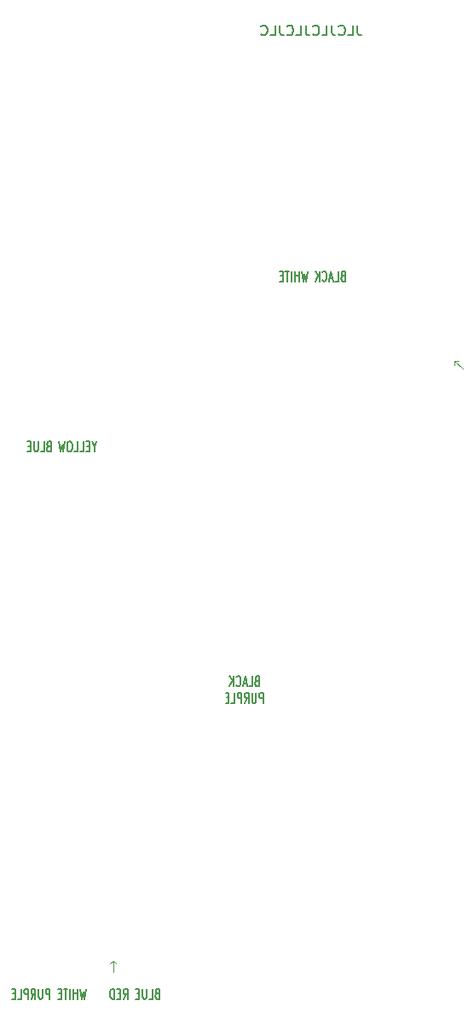
<source format=gbo>
G04 #@! TF.GenerationSoftware,KiCad,Pcbnew,(5.1.6-87-g1447494bc)*
G04 #@! TF.CreationDate,2022-08-29T16:49:27-05:00*
G04 #@! TF.ProjectId,sony-scopeman,736f6e79-2d73-4636-9f70-656d616e2e6b,rev?*
G04 #@! TF.SameCoordinates,Original*
G04 #@! TF.FileFunction,Legend,Bot*
G04 #@! TF.FilePolarity,Positive*
%FSLAX46Y46*%
G04 Gerber Fmt 4.6, Leading zero omitted, Abs format (unit mm)*
G04 Created by KiCad (PCBNEW (5.1.6-87-g1447494bc)) date 2022-08-29 16:49:27*
%MOMM*%
%LPD*%
G01*
G04 APERTURE LIST*
%ADD10C,0.150000*%
%ADD11C,0.120000*%
G04 APERTURE END LIST*
D10*
X141271047Y-44156380D02*
X141271047Y-44870666D01*
X141318666Y-45013523D01*
X141413904Y-45108761D01*
X141556761Y-45156380D01*
X141652000Y-45156380D01*
X140318666Y-45156380D02*
X140794857Y-45156380D01*
X140794857Y-44156380D01*
X139413904Y-45061142D02*
X139461523Y-45108761D01*
X139604380Y-45156380D01*
X139699619Y-45156380D01*
X139842476Y-45108761D01*
X139937714Y-45013523D01*
X139985333Y-44918285D01*
X140032952Y-44727809D01*
X140032952Y-44584952D01*
X139985333Y-44394476D01*
X139937714Y-44299238D01*
X139842476Y-44204000D01*
X139699619Y-44156380D01*
X139604380Y-44156380D01*
X139461523Y-44204000D01*
X139413904Y-44251619D01*
X138699619Y-44156380D02*
X138699619Y-44870666D01*
X138747238Y-45013523D01*
X138842476Y-45108761D01*
X138985333Y-45156380D01*
X139080571Y-45156380D01*
X137747238Y-45156380D02*
X138223428Y-45156380D01*
X138223428Y-44156380D01*
X136842476Y-45061142D02*
X136890095Y-45108761D01*
X137032952Y-45156380D01*
X137128190Y-45156380D01*
X137271047Y-45108761D01*
X137366285Y-45013523D01*
X137413904Y-44918285D01*
X137461523Y-44727809D01*
X137461523Y-44584952D01*
X137413904Y-44394476D01*
X137366285Y-44299238D01*
X137271047Y-44204000D01*
X137128190Y-44156380D01*
X137032952Y-44156380D01*
X136890095Y-44204000D01*
X136842476Y-44251619D01*
X136128190Y-44156380D02*
X136128190Y-44870666D01*
X136175809Y-45013523D01*
X136271047Y-45108761D01*
X136413904Y-45156380D01*
X136509142Y-45156380D01*
X135175809Y-45156380D02*
X135652000Y-45156380D01*
X135652000Y-44156380D01*
X134271047Y-45061142D02*
X134318666Y-45108761D01*
X134461523Y-45156380D01*
X134556761Y-45156380D01*
X134699619Y-45108761D01*
X134794857Y-45013523D01*
X134842476Y-44918285D01*
X134890095Y-44727809D01*
X134890095Y-44584952D01*
X134842476Y-44394476D01*
X134794857Y-44299238D01*
X134699619Y-44204000D01*
X134556761Y-44156380D01*
X134461523Y-44156380D01*
X134318666Y-44204000D01*
X134271047Y-44251619D01*
X133556761Y-44156380D02*
X133556761Y-44870666D01*
X133604380Y-45013523D01*
X133699619Y-45108761D01*
X133842476Y-45156380D01*
X133937714Y-45156380D01*
X132604380Y-45156380D02*
X133080571Y-45156380D01*
X133080571Y-44156380D01*
X131699619Y-45061142D02*
X131747238Y-45108761D01*
X131890095Y-45156380D01*
X131985333Y-45156380D01*
X132128190Y-45108761D01*
X132223428Y-45013523D01*
X132271047Y-44918285D01*
X132318666Y-44727809D01*
X132318666Y-44584952D01*
X132271047Y-44394476D01*
X132223428Y-44299238D01*
X132128190Y-44204000D01*
X131985333Y-44156380D01*
X131890095Y-44156380D01*
X131747238Y-44204000D01*
X131699619Y-44251619D01*
X131281333Y-109203571D02*
X131181333Y-109251190D01*
X131148000Y-109298809D01*
X131114666Y-109394047D01*
X131114666Y-109536904D01*
X131148000Y-109632142D01*
X131181333Y-109679761D01*
X131248000Y-109727380D01*
X131514666Y-109727380D01*
X131514666Y-108727380D01*
X131281333Y-108727380D01*
X131214666Y-108775000D01*
X131181333Y-108822619D01*
X131148000Y-108917857D01*
X131148000Y-109013095D01*
X131181333Y-109108333D01*
X131214666Y-109155952D01*
X131281333Y-109203571D01*
X131514666Y-109203571D01*
X130481333Y-109727380D02*
X130814666Y-109727380D01*
X130814666Y-108727380D01*
X130281333Y-109441666D02*
X129948000Y-109441666D01*
X130348000Y-109727380D02*
X130114666Y-108727380D01*
X129881333Y-109727380D01*
X129248000Y-109632142D02*
X129281333Y-109679761D01*
X129381333Y-109727380D01*
X129448000Y-109727380D01*
X129548000Y-109679761D01*
X129614666Y-109584523D01*
X129648000Y-109489285D01*
X129681333Y-109298809D01*
X129681333Y-109155952D01*
X129648000Y-108965476D01*
X129614666Y-108870238D01*
X129548000Y-108775000D01*
X129448000Y-108727380D01*
X129381333Y-108727380D01*
X129281333Y-108775000D01*
X129248000Y-108822619D01*
X128948000Y-109727380D02*
X128948000Y-108727380D01*
X128548000Y-109727380D02*
X128848000Y-109155952D01*
X128548000Y-108727380D02*
X128948000Y-109298809D01*
X131898000Y-111377380D02*
X131898000Y-110377380D01*
X131631333Y-110377380D01*
X131564666Y-110425000D01*
X131531333Y-110472619D01*
X131498000Y-110567857D01*
X131498000Y-110710714D01*
X131531333Y-110805952D01*
X131564666Y-110853571D01*
X131631333Y-110901190D01*
X131898000Y-110901190D01*
X131198000Y-110377380D02*
X131198000Y-111186904D01*
X131164666Y-111282142D01*
X131131333Y-111329761D01*
X131064666Y-111377380D01*
X130931333Y-111377380D01*
X130864666Y-111329761D01*
X130831333Y-111282142D01*
X130798000Y-111186904D01*
X130798000Y-110377380D01*
X130064666Y-111377380D02*
X130298000Y-110901190D01*
X130464666Y-111377380D02*
X130464666Y-110377380D01*
X130198000Y-110377380D01*
X130131333Y-110425000D01*
X130098000Y-110472619D01*
X130064666Y-110567857D01*
X130064666Y-110710714D01*
X130098000Y-110805952D01*
X130131333Y-110853571D01*
X130198000Y-110901190D01*
X130464666Y-110901190D01*
X129764666Y-111377380D02*
X129764666Y-110377380D01*
X129498000Y-110377380D01*
X129431333Y-110425000D01*
X129398000Y-110472619D01*
X129364666Y-110567857D01*
X129364666Y-110710714D01*
X129398000Y-110805952D01*
X129431333Y-110853571D01*
X129498000Y-110901190D01*
X129764666Y-110901190D01*
X128731333Y-111377380D02*
X129064666Y-111377380D01*
X129064666Y-110377380D01*
X128498000Y-110853571D02*
X128264666Y-110853571D01*
X128164666Y-111377380D02*
X128498000Y-111377380D01*
X128498000Y-110377380D01*
X128164666Y-110377380D01*
X139816666Y-69028571D02*
X139716666Y-69076190D01*
X139683333Y-69123809D01*
X139650000Y-69219047D01*
X139650000Y-69361904D01*
X139683333Y-69457142D01*
X139716666Y-69504761D01*
X139783333Y-69552380D01*
X140050000Y-69552380D01*
X140050000Y-68552380D01*
X139816666Y-68552380D01*
X139750000Y-68600000D01*
X139716666Y-68647619D01*
X139683333Y-68742857D01*
X139683333Y-68838095D01*
X139716666Y-68933333D01*
X139750000Y-68980952D01*
X139816666Y-69028571D01*
X140050000Y-69028571D01*
X139016666Y-69552380D02*
X139350000Y-69552380D01*
X139350000Y-68552380D01*
X138816666Y-69266666D02*
X138483333Y-69266666D01*
X138883333Y-69552380D02*
X138650000Y-68552380D01*
X138416666Y-69552380D01*
X137783333Y-69457142D02*
X137816666Y-69504761D01*
X137916666Y-69552380D01*
X137983333Y-69552380D01*
X138083333Y-69504761D01*
X138150000Y-69409523D01*
X138183333Y-69314285D01*
X138216666Y-69123809D01*
X138216666Y-68980952D01*
X138183333Y-68790476D01*
X138150000Y-68695238D01*
X138083333Y-68600000D01*
X137983333Y-68552380D01*
X137916666Y-68552380D01*
X137816666Y-68600000D01*
X137783333Y-68647619D01*
X137483333Y-69552380D02*
X137483333Y-68552380D01*
X137083333Y-69552380D02*
X137383333Y-68980952D01*
X137083333Y-68552380D02*
X137483333Y-69123809D01*
X136316666Y-68552380D02*
X136150000Y-69552380D01*
X136016666Y-68838095D01*
X135883333Y-69552380D01*
X135716666Y-68552380D01*
X135450000Y-69552380D02*
X135450000Y-68552380D01*
X135450000Y-69028571D02*
X135050000Y-69028571D01*
X135050000Y-69552380D02*
X135050000Y-68552380D01*
X134716666Y-69552380D02*
X134716666Y-68552380D01*
X134483333Y-68552380D02*
X134083333Y-68552380D01*
X134283333Y-69552380D02*
X134283333Y-68552380D01*
X133850000Y-69028571D02*
X133616666Y-69028571D01*
X133516666Y-69552380D02*
X133850000Y-69552380D01*
X133850000Y-68552380D01*
X133516666Y-68552380D01*
X115133333Y-85976190D02*
X115133333Y-86452380D01*
X115366666Y-85452380D02*
X115133333Y-85976190D01*
X114900000Y-85452380D01*
X114666666Y-85928571D02*
X114433333Y-85928571D01*
X114333333Y-86452380D02*
X114666666Y-86452380D01*
X114666666Y-85452380D01*
X114333333Y-85452380D01*
X113700000Y-86452380D02*
X114033333Y-86452380D01*
X114033333Y-85452380D01*
X113133333Y-86452380D02*
X113466666Y-86452380D01*
X113466666Y-85452380D01*
X112766666Y-85452380D02*
X112633333Y-85452380D01*
X112566666Y-85500000D01*
X112500000Y-85595238D01*
X112466666Y-85785714D01*
X112466666Y-86119047D01*
X112500000Y-86309523D01*
X112566666Y-86404761D01*
X112633333Y-86452380D01*
X112766666Y-86452380D01*
X112833333Y-86404761D01*
X112900000Y-86309523D01*
X112933333Y-86119047D01*
X112933333Y-85785714D01*
X112900000Y-85595238D01*
X112833333Y-85500000D01*
X112766666Y-85452380D01*
X112233333Y-85452380D02*
X112066666Y-86452380D01*
X111933333Y-85738095D01*
X111800000Y-86452380D01*
X111633333Y-85452380D01*
X110600000Y-85928571D02*
X110500000Y-85976190D01*
X110466666Y-86023809D01*
X110433333Y-86119047D01*
X110433333Y-86261904D01*
X110466666Y-86357142D01*
X110500000Y-86404761D01*
X110566666Y-86452380D01*
X110833333Y-86452380D01*
X110833333Y-85452380D01*
X110600000Y-85452380D01*
X110533333Y-85500000D01*
X110500000Y-85547619D01*
X110466666Y-85642857D01*
X110466666Y-85738095D01*
X110500000Y-85833333D01*
X110533333Y-85880952D01*
X110600000Y-85928571D01*
X110833333Y-85928571D01*
X109800000Y-86452380D02*
X110133333Y-86452380D01*
X110133333Y-85452380D01*
X109566666Y-85452380D02*
X109566666Y-86261904D01*
X109533333Y-86357142D01*
X109500000Y-86404761D01*
X109433333Y-86452380D01*
X109300000Y-86452380D01*
X109233333Y-86404761D01*
X109200000Y-86357142D01*
X109166666Y-86261904D01*
X109166666Y-85452380D01*
X108833333Y-85928571D02*
X108600000Y-85928571D01*
X108500000Y-86452380D02*
X108833333Y-86452380D01*
X108833333Y-85452380D01*
X108500000Y-85452380D01*
X121366666Y-140228571D02*
X121266666Y-140276190D01*
X121233333Y-140323809D01*
X121200000Y-140419047D01*
X121200000Y-140561904D01*
X121233333Y-140657142D01*
X121266666Y-140704761D01*
X121333333Y-140752380D01*
X121600000Y-140752380D01*
X121600000Y-139752380D01*
X121366666Y-139752380D01*
X121300000Y-139800000D01*
X121266666Y-139847619D01*
X121233333Y-139942857D01*
X121233333Y-140038095D01*
X121266666Y-140133333D01*
X121300000Y-140180952D01*
X121366666Y-140228571D01*
X121600000Y-140228571D01*
X120566666Y-140752380D02*
X120900000Y-140752380D01*
X120900000Y-139752380D01*
X120333333Y-139752380D02*
X120333333Y-140561904D01*
X120300000Y-140657142D01*
X120266666Y-140704761D01*
X120200000Y-140752380D01*
X120066666Y-140752380D01*
X120000000Y-140704761D01*
X119966666Y-140657142D01*
X119933333Y-140561904D01*
X119933333Y-139752380D01*
X119600000Y-140228571D02*
X119366666Y-140228571D01*
X119266666Y-140752380D02*
X119600000Y-140752380D01*
X119600000Y-139752380D01*
X119266666Y-139752380D01*
X118033333Y-140752380D02*
X118266666Y-140276190D01*
X118433333Y-140752380D02*
X118433333Y-139752380D01*
X118166666Y-139752380D01*
X118100000Y-139800000D01*
X118066666Y-139847619D01*
X118033333Y-139942857D01*
X118033333Y-140085714D01*
X118066666Y-140180952D01*
X118100000Y-140228571D01*
X118166666Y-140276190D01*
X118433333Y-140276190D01*
X117733333Y-140228571D02*
X117500000Y-140228571D01*
X117400000Y-140752380D02*
X117733333Y-140752380D01*
X117733333Y-139752380D01*
X117400000Y-139752380D01*
X117100000Y-140752380D02*
X117100000Y-139752380D01*
X116933333Y-139752380D01*
X116833333Y-139800000D01*
X116766666Y-139895238D01*
X116733333Y-139990476D01*
X116700000Y-140180952D01*
X116700000Y-140323809D01*
X116733333Y-140514285D01*
X116766666Y-140609523D01*
X116833333Y-140704761D01*
X116933333Y-140752380D01*
X117100000Y-140752380D01*
X114333333Y-139752380D02*
X114166666Y-140752380D01*
X114033333Y-140038095D01*
X113900000Y-140752380D01*
X113733333Y-139752380D01*
X113466666Y-140752380D02*
X113466666Y-139752380D01*
X113466666Y-140228571D02*
X113066666Y-140228571D01*
X113066666Y-140752380D02*
X113066666Y-139752380D01*
X112733333Y-140752380D02*
X112733333Y-139752380D01*
X112500000Y-139752380D02*
X112100000Y-139752380D01*
X112300000Y-140752380D02*
X112300000Y-139752380D01*
X111866666Y-140228571D02*
X111633333Y-140228571D01*
X111533333Y-140752380D02*
X111866666Y-140752380D01*
X111866666Y-139752380D01*
X111533333Y-139752380D01*
X110700000Y-140752380D02*
X110700000Y-139752380D01*
X110433333Y-139752380D01*
X110366666Y-139800000D01*
X110333333Y-139847619D01*
X110300000Y-139942857D01*
X110300000Y-140085714D01*
X110333333Y-140180952D01*
X110366666Y-140228571D01*
X110433333Y-140276190D01*
X110700000Y-140276190D01*
X110000000Y-139752380D02*
X110000000Y-140561904D01*
X109966666Y-140657142D01*
X109933333Y-140704761D01*
X109866666Y-140752380D01*
X109733333Y-140752380D01*
X109666666Y-140704761D01*
X109633333Y-140657142D01*
X109600000Y-140561904D01*
X109600000Y-139752380D01*
X108866666Y-140752380D02*
X109100000Y-140276190D01*
X109266666Y-140752380D02*
X109266666Y-139752380D01*
X109000000Y-139752380D01*
X108933333Y-139800000D01*
X108900000Y-139847619D01*
X108866666Y-139942857D01*
X108866666Y-140085714D01*
X108900000Y-140180952D01*
X108933333Y-140228571D01*
X109000000Y-140276190D01*
X109266666Y-140276190D01*
X108566666Y-140752380D02*
X108566666Y-139752380D01*
X108300000Y-139752380D01*
X108233333Y-139800000D01*
X108200000Y-139847619D01*
X108166666Y-139942857D01*
X108166666Y-140085714D01*
X108200000Y-140180952D01*
X108233333Y-140228571D01*
X108300000Y-140276190D01*
X108566666Y-140276190D01*
X107533333Y-140752380D02*
X107866666Y-140752380D01*
X107866666Y-139752380D01*
X107300000Y-140228571D02*
X107066666Y-140228571D01*
X106966666Y-140752380D02*
X107300000Y-140752380D01*
X107300000Y-139752380D01*
X106966666Y-139752380D01*
D11*
X117000000Y-138050000D02*
X117000000Y-136950000D01*
X117000000Y-136950000D02*
X117300000Y-137250000D01*
X117000000Y-136950000D02*
X116700000Y-137250000D01*
X150929289Y-77479289D02*
X151353553Y-77479289D01*
X150929289Y-77479289D02*
X150929289Y-77903553D01*
X151707107Y-78257107D02*
X150929289Y-77479289D01*
M02*

</source>
